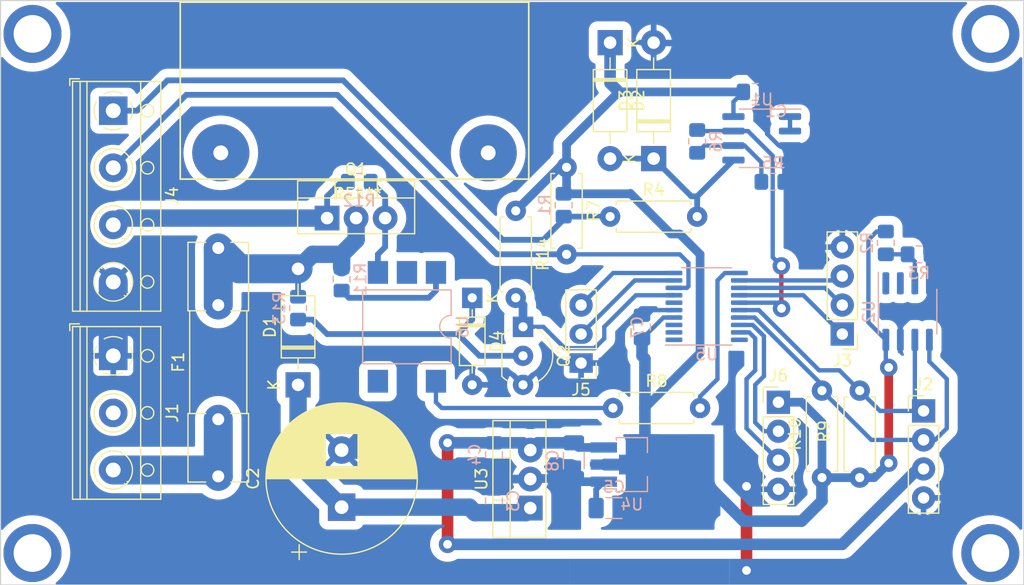
<source format=kicad_pcb>
(kicad_pcb (version 20221018) (generator pcbnew)
  (layers (0 "F.Cu" signal) (31 "B.Cu" signal) (34 "B.Paste" user) (35 "F.Paste" user) (36 "B.SilkS" user "B.Silkscreen") (37 "F.SilkS" user "F.Silkscreen") (38 "B.Mask" user) (39 "F.Mask" user) (44 "Edge.Cuts" user))
  (net 0 "")
  (net 1 "/3V3")
  (net 2 "GND")
  (net 3 "Net-(D1-K)")
  (net 4 "/5V")
  (net 5 "/AC")
  (net 6 "Net-(D2-A)")
  (net 7 "Net-(D4-K)")
  (net 8 "Net-(J1-Pin_3)")
  (net 10 "/SCL")
  (net 11 "/SDA")
  (net 12 "/ENC_B")
  (net 13 "/ENC_A")
  (net 14 "/BTN")
  (net 15 "/TC")
  (net 16 "/REEDSW")
  (net 17 "/TX")
  (net 18 "/RX")
  (net 19 "Net-(Q1-G)")
  (net 20 "/ZERO")
  (net 21 "Net-(U2-A2)")
  (net 22 "Net-(U1B--)")
  (net 23 "/TIP_TEMP")
  (net 24 "Net-(R8-Pad1)")
  (net 25 "/HEATER")
  (net 26 "Net-(R11-Pad1)")
  (net 27 "Net-(U1A--)")
  (net 37 "Net-(J4-Pin_3)")
  (net 38 "/SWDIO")
  (net 39 "/SWCLK")
  (footprint "Connector_PinHeader_2.54mm:PinHeader_1x04_P2.54mm_Vertical" (layer "F.Cu") (at 163.322 61.976)
    (fp_text reference "J2" (at 0 -2.33) (layer "F.SilkS"))
    (fp_text value "DISPLAY")
    (pad "1" thru_hole rect (at 0 0) (size 2.032 2.032) (drill 1) (layers "*.Cu" "*.Mask") (net 10 "/SCL"))
    (pad "2" thru_hole oval (at 0 2.54) (size 2.032 2.032) (drill 1) (layers "*.Cu" "*.Mask") (net 11 "/SDA"))
    (pad "3" thru_hole oval (at 0 5.08) (size 2.032 2.032) (drill 1) (layers "*.Cu" "*.Mask") (net 4 "/5V"))
    (pad "4" thru_hole oval (at 0 7.62) (size 2.032 2.032) (drill 1) (layers "*.Cu" "*.Mask") (net 2 "GND"))
  )
  (footprint "Resistor_THT:R_Axial_DIN0207_L6.3mm_D2.5mm_P7.62mm_Horizontal" (layer "F.Cu") (at 136.144 61.722)
    (fp_text reference "R8" (at 3.81 -2.37) (layer "F.SilkS"))
    (fp_text value "R")
    (pad "1" thru_hole circle (at 0 0) (size 1.778 1.778) (drill 0.8) (layers "*.Cu" "*.Mask") (net 24 "Net-(R8-Pad1)"))
    (pad "2" thru_hole oval (at 7.62 0) (size 1.778 1.778) (drill 0.8) (layers "*.Cu" "*.Mask") (net 25 "/HEATER"))
  )
  (footprint "TerminalBlock_RND:TerminalBlock_RND_205-00014_1x04_P5.00mm_Horizontal" (layer "F.Cu") (at 92.41 35.68 -90)
    (fp_text reference "J4" (at 7.5 -5.16 90) (layer "F.SilkS"))
    (fp_text value "IRON")
    (pad "1" thru_hole rect (at 0 0 270) (size 2.5 2.5) (drill 1.3) (layers "*.Cu" "*.Mask") (net 15 "/TC"))
    (pad "2" thru_hole circle (at 5 0 270) (size 2.5 2.5) (drill 1.3) (layers "*.Cu" "*.Mask") (net 16 "/REEDSW"))
    (pad "3" thru_hole circle (at 10 0 270) (size 2.5 2.5) (drill 1.3) (layers "*.Cu" "*.Mask") (net 37 "Net-(J4-Pin_3)"))
    (pad "4" thru_hole circle (at 15 0 270) (size 2.5 2.5) (drill 1.3) (layers "*.Cu" "*.Mask") (net 2 "GND"))
  )
  (footprint "Diode_THT:D_DO-41_SOD81_P10.16mm_Horizontal" (layer "F.Cu") (at 139.7 39.878 90)
    (fp_text reference "D3" (at 5.08 -2.47 90) (layer "F.SilkS"))
    (fp_text value "1N4007")
    (fp_text user "K" (at 0 -2.1 90) (layer "F.SilkS"))
    (pad "1" thru_hole rect (at 0 0 90) (size 2.2 2.2) (drill 1.1) (layers "*.Cu" "*.Mask") (net 6 "Net-(D2-A)"))
    (pad "2" thru_hole oval (at 10.16 0 90) (size 2.2 2.2) (drill 1.1) (layers "*.Cu" "*.Mask") (net 2 "GND"))
  )
  (footprint "TerminalBlock_RND:TerminalBlock_RND_205-00013_1x03_P5.00mm_Horizontal" (layer "F.Cu") (at 92.41 57.15 -90)
    (fp_text reference "J1" (at 5 -5.16 90) (layer "F.SilkS"))
    (fp_text value "12V AC")
    (pad "1" thru_hole rect (at 0 0 270) (size 2.5 2.5) (drill 1.3) (layers "*.Cu" "*.Mask") (net 2 "GND"))
    (pad "2" thru_hole circle (at 5 0 270) (size 2.5 2.5) (drill 1.3) (layers "*.Cu" "*.Mask"))
    (pad "3" thru_hole circle (at 10 0 270) (size 2.5 2.5) (drill 1.3) (layers "*.Cu" "*.Mask") (net 8 "Net-(J1-Pin_3)"))
  )
  (footprint "Package_TO_SOT_THT:TO-92_Inline_Wide" (layer "F.Cu") (at 128.27 54.61 -90)
    (fp_text reference "Q2" (at 2.54 -3.56 90) (layer "F.SilkS"))
    (fp_text value "BC337")
    (pad "1" thru_hole rect (at 0 0 270) (size 1.778 1.778) (drill 0.8) (layers "*.Cu" "*.Mask") (net 20 "/ZERO"))
    (pad "2" thru_hole circle (at 2.54 0 270) (size 1.778 1.778) (drill 0.8) (layers "*.Cu" "*.Mask") (net 7 "Net-(D4-K)"))
    (pad "3" thru_hole circle (at 5.08 0 270) (size 1.778 1.778) (drill 0.8) (layers "*.Cu" "*.Mask") (net 2 "GND"))
  )
  (footprint "Capacitor_THT:CP_Radial_D13.0mm_P5.00mm" (layer "F.Cu") (at 112.395 70.405 90)
    (fp_text reference "C2" (at 2.5 -7.75 90) (layer "F.SilkS"))
    (fp_text value "1000u")
    (pad "1" thru_hole rect (at 0 0 90) (size 2.4 2.4) (drill 1.2) (layers "*.Cu" "*.Mask") (net 3 "Net-(D1-K)"))
    (pad "2" thru_hole circle (at 5 0 90) (size 2.4 2.4) (drill 1.2) (layers "*.Cu" "*.Mask") (net 2 "GND"))
  )
  (footprint "Resistor_THT:R_Axial_DIN0207_L6.3mm_D2.5mm_P7.62mm_Horizontal" (layer "F.Cu") (at 157.734 67.818 90)
    (fp_text reference "R9" (at 4.054 -3.132 -270) (layer "F.SilkS"))
    (fp_text value "4k7" hide)
    (pad "1" thru_hole circle (at 0 0 90) (size 1.778 1.778) (drill 0.8) (layers "*.Cu" "*.Mask") (net 1 "/3V3"))
    (pad "2" thru_hole oval (at 7.62 0 90) (size 1.778 1.778) (drill 0.8) (layers "*.Cu" "*.Mask") (net 10 "/SCL"))
  )
  (footprint "Diode_THT:D_DO-35_SOD27_P7.62mm_Horizontal" (layer "F.Cu") (at 123.825 52.07 -90)
    (fp_text reference "D4" (at 3.81 -2.12 90) (layer "F.SilkS"))
    (fp_text value "1N914")
    (fp_text user "K" (at 0 -1.8 90) (layer "F.SilkS"))
    (pad "1" thru_hole rect (at 0 0 270) (size 1.778 1.778) (drill 0.8) (layers "*.Cu" "*.Mask") (net 7 "Net-(D4-K)"))
    (pad "2" thru_hole oval (at 7.62 0 270) (size 1.778 1.778) (drill 0.8) (layers "*.Cu" "*.Mask") (net 2 "GND"))
  )
  (footprint "Resistor_THT:R_Axial_DIN0207_L6.3mm_D2.5mm_P7.62mm_Horizontal" (layer "F.Cu") (at 132.08 40.64 -90)
    (fp_text reference "R7" (at 3.81 -2.37 90) (layer "F.SilkS"))
    (fp_text value "4k7")
    (pad "1" thru_hole circle (at 0 0 270) (size 1.778 1.778) (drill 0.8) (layers "*.Cu" "*.Mask") (net 1 "/3V3"))
    (pad "2" thru_hole oval (at 7.62 0 270) (size 1.778 1.778) (drill 0.8) (layers "*.Cu" "*.Mask") (net 16 "/REEDSW"))
  )
  (footprint "Fuse:Fuseholder_Clip-5x20mm_Littelfuse_111_Inline_P20.00x5.00mm_D1.05mm_Horizontal" (layer "F.Cu") (at 101.6 67.705 90)
    (fp_text reference "F1" (at 10 -3.5 90) (layer "F.SilkS"))
    (fp_text value "5A")
    (pad "1" thru_hole roundrect (at 0 0 90) (size 2 2) (drill 1.05) (layers "*.Cu" "*.Mask") (net 8 "Net-(J1-Pin_3)"))
    (pad "1" thru_hole roundrect (at 5 0 90) (size 2 2) (drill 1.05) (layers "*.Cu" "*.Mask") (net 8 "Net-(J1-Pin_3)"))
    (pad "2" thru_hole circle (at 15 0 90) (size 2 2) (drill 1.05) (layers "*.Cu" "*.Mask") (net 5 "/AC"))
    (pad "2" thru_hole circle (at 20 0 90) (size 2 2) (drill 1.05) (layers "*.Cu" "*.Mask") (net 5 "/AC"))
  )
  (footprint "Diode_THT:D_DO-41_SOD81_P10.16mm_Horizontal" (layer "F.Cu") (at 108.585 59.69 90)
    (fp_text reference "D1" (at 5.08 -2.47 90) (layer "F.SilkS"))
    (fp_text value "1N4007")
    (fp_text user "K" (at 0 -2.1 90) (layer "F.SilkS"))
    (pad "1" thru_hole rect (at 0 0 90) (size 2.2 2.2) (drill 1.1) (layers "*.Cu" "*.Mask") (net 3 "Net-(D1-K)"))
    (pad "2" thru_hole oval (at 10.16 0 90) (size 2.2 2.2) (drill 1.1) (layers "*.Cu" "*.Mask") (net 5 "/AC"))
  )
  (footprint "Package_TO_SOT_THT:TO-220-3_Vertical" (layer "F.Cu") (at 111.125 45.085)
    (fp_text reference "Q1" (at 2.54 -4.27) (layer "F.SilkS"))
    (fp_text value "BT138-600")
    (pad "1" thru_hole rect (at 0 0) (size 2.159 2.159) (drill 1.1) (layers "*.Cu" "*.Mask") (net 37 "Net-(J4-Pin_3)"))
    (pad "2" thru_hole oval (at 2.54 0) (size 2.159 2.159) (drill 1.1) (layers "*.Cu" "*.Mask") (net 5 "/AC"))
    (pad "3" thru_hole oval (at 5.08 0) (size 2.159 2.159) (drill 1.1) (layers "*.Cu" "*.Mask") (net 19 "Net-(Q1-G)"))
  )
  (footprint "Resistor_THT:R_Axial_DIN0207_L6.3mm_D2.5mm_P7.62mm_Horizontal" (layer "F.Cu") (at 154.432 67.818 90)
    (fp_text reference "R10" (at 3.81 -2.37 90) (layer "F.SilkS"))
    (fp_text value "4k7")
    (pad "1" thru_hole circle (at 0 0 90) (size 1.778 1.778) (drill 0.8) (layers "*.Cu" "*.Mask") (net 1 "/3V3"))
    (pad "2" thru_hole oval (at 7.62 0 90) (size 1.778 1.778) (drill 0.8) (layers "*.Cu" "*.Mask") (net 11 "/SDA"))
  )
  (footprint "Diode_THT:D_DO-41_SOD81_P10.16mm_Horizontal" (layer "F.Cu") (at 135.89 29.718 -90)
    (fp_text reference "D2" (at 5.08 -2.47 90) (layer "F.SilkS"))
    (fp_text value "1N4007")
    (fp_text user "K" (at 0 -2.1 90) (layer "F.SilkS"))
    (pad "1" thru_hole rect (at 0 0 270) (size 2.2 2.2) (drill 1.1) (layers "*.Cu" "*.Mask") (net 1 "/3V3"))
    (pad "2" thru_hole oval (at 10.16 0 270) (size 2.2 2.2) (drill 1.1) (layers "*.Cu" "*.Mask") (net 6 "Net-(D2-A)"))
  )
  (footprint "Resistor_THT:R_Axial_DIN0207_L6.3mm_D2.5mm_P7.62mm_Horizontal" (layer "F.Cu") (at 135.89 44.958)
    (fp_text reference "R4" (at 3.81 -2.37) (layer "F.SilkS"))
    (fp_text value "4k7")
    (pad "1" thru_hole circle (at 0 0) (size 1.778 1.778) (drill 0.8) (layers "*.Cu" "*.Mask") (net 15 "/TC"))
    (pad "2" thru_hole oval (at 7.62 0) (size 1.778 1.778) (drill 0.8) (layers "*.Cu" "*.Mask") (net 6 "Net-(D2-A)"))
  )
  (footprint "Connector_PinHeader_2.54mm:PinHeader_1x04_P2.54mm_Vertical" (layer "F.Cu") (at 156.21 55.245 180)
    (fp_text reference "J3" (at 0 -2.33) (layer "F.SilkS"))
    (fp_text value "ENCODER")
    (pad "1" thru_hole rect (at 0 0 180) (size 2.032 2.032) (drill 1) (layers "*.Cu" "*.Mask") (net 12 "/ENC_B"))
    (pad "2" thru_hole oval (at 0 2.54 180) (size 2.032 2.032) (drill 1) (layers "*.Cu" "*.Mask") (net 13 "/ENC_A"))
    (pad "3" thru_hole oval (at 0 5.08 180) (size 2.032 2.032) (drill 1) (layers "*.Cu" "*.Mask") (net 14 "/BTN"))
    (pad "4" thru_hole oval (at 0 7.62 180) (size 2.032 2.032) (drill 1) (layers "*.Cu" "*.Mask") (net 2 "GND"))
  )
  (footprint "Connector_PinHeader_2.54mm:PinHeader_1x04_P2.54mm_Vertical" (layer "F.Cu") (at 150.622 61.214)
    (fp_text reference "J6" (at 0 -2.33) (layer "F.SilkS"))
    (fp_text value "SWD")
    (pad "1" thru_hole rect (at 0 0) (size 2.032 2.032) (drill 1) (layers "*.Cu" "*.Mask") (net 1 "/3V3"))
    (pad "2" thru_hole oval (at 0 2.54) (size 2.032 2.032) (drill 1) (layers "*.Cu" "*.Mask") (net 38 "/SWDIO"))
    (pad "3" thru_hole oval (at 0 5.08) (size 2.032 2.032) (drill 1) (layers "*.Cu" "*.Mask") (net 39 "/SWCLK"))
    (pad "4" thru_hole oval (at 0 7.62) (size 2.032 2.032) (drill 1) (layers "*.Cu" "*.Mask") (net 2 "GND"))
  )
  (footprint "Package_TO_SOT_THT:TO-220-3_Vertical" (layer "F.Cu") (at 128.905 70.485 90)
    (fp_text reference "U3" (at 2.54 -4.27 90) (layer "F.SilkS"))
    (fp_text value "LM7805_TO220")
    (pad "1" thru_hole rect (at 0 0 90) (size 2.159 2.159) (drill 1.1) (layers "*.Cu" "*.Mask") (net 3 "Net-(D1-K)"))
    (pad "2" thru_hole oval (at 2.54 0 90) (size 2.159 2.159) (drill 1.1) (layers "*.Cu" "*.Mask") (net 2 "GND"))
    (pad "3" thru_hole oval (at 5.08 0 90) (size 2.159 2.159) (drill 1.1) (layers "*.Cu" "*.Mask") (net 4 "/5V"))
  )
  (footprint "Resistor_THT:R_Axial_DIN0207_L6.3mm_D2.5mm_P7.62mm_Horizontal" (layer "F.Cu") (at 127.635 44.45 -90)
    (fp_text reference "R14" (at 3.81 -2.37 90) (layer "F.SilkS"))
    (fp_text value "10k")
    (pad "1" thru_hole circle (at 0 0 270) (size 1.778 1.778) (drill 0.8) (layers "*.Cu" "*.Mask") (net 1 "/3V3"))
    (pad "2" thru_hole oval (at 7.62 0 270) (size 1.778 1.778) (drill 0.8) (layers "*.Cu" "*.Mask") (net 20 "/ZERO"))
  )
  (footprint "Heatsinks:STONECOLD_RAD-DY-GF3" (layer "F.Cu") (at 113.522 41.67)
    (fp_text reference "REF**" (at 0.3 1.3) (layer "F.SilkS"))
    (fp_text value "STONECOLD_RAD-DY-GF3")
    (pad "" thru_hole circle (at -11.7 -2.3) (size 5 5) (drill 1.3) (layers "*.Cu" "*.Mask"))
    (pad "" thru_hole circle (at 11.7 -2.3) (size 5 5) (drill 1.3) (layers "*.Cu" "*.Mask"))
  )
  (footprint "Connector_PinHeader_2.54mm:PinHeader_1x03_P2.54mm_Vertical" (layer "F.Cu") (at 133.35 57.785 180)
    (fp_text reference "J5" (at 0 -2.33) (layer "F.SilkS"))
    (fp_text value "UART")
    (pad "1" thru_hole rect (at 0 0 180) (size 2.032 1.7) (drill 1) (layers "*.Cu" "*.Mask") (net 2 "GND"))
    (pad "2" thru_hole oval (at 0 2.54 180) (size 2.032 1.7) (drill 1) (layers "*.Cu" "*.Mask") (net 17 "/TX"))
    (pad "3" thru_hole oval (at 0 5.08 180) (size 2.032 2.032) (drill 1) (layers "*.Cu" "*.Mask") (net 18 "/RX"))
  )
  (footprint "Capacitor_SMD:C_0805_2012Metric_Pad1.18x1.45mm_HandSolder" (layer "B.Cu") (at 125.73 65.8075 -90)
    (fp_text reference "C4" (at 0 1.68 90) (layer "B.SilkS") (effects (justify mirror)))
    (fp_text value "100n")
    (pad "1" smd roundrect (at -1.0375 0 270) (size 1.175 1.45) (layers "B.Cu" "B.Paste" "B.Mask") (roundrect_rratio 0.2127659574) (net 4 "/5V"))
    (pad "2" smd roundrect (at 1.0375 0 270) (size 1.175 1.45) (layers "B.Cu" "B.Paste" "B.Mask") (roundrect_rratio 0.2127659574) (net 2 "GND"))
  )
  (footprint "Resistor_SMD:R_0805_2012Metric_Pad1.20x1.40mm_HandSolder" (layer "B.Cu") (at 112.395 50.435 90)
    (fp_text reference "R11" (at 0 1.65 90) (layer "B.SilkS") (effects (justify mirror)))
    (fp_text value "47")
    (pad "1" smd roundrect (at -1 0 90) (size 1.2 1.4) (layers "B.Cu" "B.Paste" "B.Mask") (roundrect_rratio 0.2083333333) (net 26 "Net-(R11-Pad1)"))
    (pad "2" smd roundrect (at 1 0 90) (size 1.2 1.4) (layers "B.Cu" "B.Paste" "B.Mask") (roundrect_rratio 0.2083333333) (net 5 "/AC"))
  )
  (footprint "Resistor_SMD:R_0805_2012Metric_Pad1.20x1.40mm_HandSolder" (layer "B.Cu") (at 160.02 47.26 -90)
    (fp_text reference "R2" (at 0 1.65 90) (layer "B.SilkS") (effects (justify mirror)))
    (fp_text value "10k")
    (pad "1" smd roundrect (at -1 0 270) (size 1.2 1.4) (layers "B.Cu" "B.Paste" "B.Mask") (roundrect_rratio 0.2083333333) (net 1 "/3V3"))
    (pad "2" smd roundrect (at 1 0 270) (size 1.2 1.4) (layers "B.Cu" "B.Paste" "B.Mask") (roundrect_rratio 0.2083333333) (net 21 "Net-(U2-A2)"))
  )
  (footprint "Package_DIP:SMDIP-6_W9.53mm" (layer "B.Cu") (at 118.11 54.61 90)
    (fp_text reference "U6" (at 0 4.87 90) (layer "B.SilkS") (effects (justify mirror)))
    (fp_text value "MOC3023M")
    (pad "1" smd rect (at -4.765 2.54 90) (size 2 1.78) (layers "B.Cu" "B.Paste" "B.Mask") (net 24 "Net-(R8-Pad1)"))
    (pad "2" smd rect (at -4.765 0 90) (size 2 1.78) (layers "B.Cu" "B.Paste" "B.Mask") (net 2 "GND"))
    (pad "3" smd rect (at -4.765 -2.54 90) (size 2 1.78) (layers "B.Cu" "B.Paste" "B.Mask"))
    (pad "4" smd rect (at 4.765 -2.54 90) (size 2 1.78) (layers "B.Cu" "B.Paste" "B.Mask") (net 19 "Net-(Q1-G)"))
    (pad "5" smd rect (at 4.765 0 90) (size 2 1.78) (layers "B.Cu" "B.Paste" "B.Mask"))
    (pad "6" smd rect (at 4.765 2.54 90) (size 2 1.78) (layers "B.Cu" "B.Paste" "B.Mask") (net 26 "Net-(R11-Pad1)"))
  )
  (footprint "Resistor_SMD:R_0805_2012Metric_Pad1.20x1.40mm_HandSolder" (layer "B.Cu") (at 150.13 41.91 180)
    (fp_text reference "R5" (at 0 1.65) (layer "B.SilkS") (effects (justify mirror)))
    (fp_text value "1k")
    (pad "1" smd roundrect (at -1 0 180) (size 1.2 1.4) (layers "B.Cu" "B.Paste" "B.Mask") (roundrect_rratio 0.2083333333) (net 2 "GND"))
    (pad "2" smd roundrect (at 1 0 180) (size 1.2 1.4) (layers "B.Cu" "B.Paste" "B.Mask") (roundrect_rratio 0.2083333333) (net 22 "Net-(U1B--)"))
  )
  (footprint "Package_SO:TSSOP-20_4.4x6.5mm_P0.65mm" (layer "B.Cu") (at 144.3405 52.821)
    (fp_text reference "U5" (at 0 4.2) (layer "B.SilkS") (effects (justify mirror)))
    (fp_text value "STM32G030F6Px")
    (pad "1" smd roundrect (at -2.8625 2.925) (size 1.475 0.4) (layers "B.Cu" "B.Paste" "B.Mask"))
    (pad "2" smd roundrect (at -2.8625 2.275) (size 1.475 0.4) (layers "B.Cu" "B.Paste" "B.Mask"))
    (pad "3" smd roundrect (at -2.8625 1.625) (size 1.475 0.4) (layers "B.Cu" "B.Paste" "B.Mask"))
    (pad "4" smd roundrect (at -2.8625 0.975) (size 1.475 0.4) (layers "B.Cu" "B.Paste" "B.Mask") (net 1 "/3V3"))
    (pad "5" smd roundrect (at -2.8625 0.325) (size 1.475 0.4) (layers "B.Cu" "B.Paste" "B.Mask") (net 2 "GND"))
    (pad "6" smd roundrect (at -2.8625 -0.325) (size 1.475 0.4) (layers "B.Cu" "B.Paste" "B.Mask"))
    (pad "7" smd roundrect (at -2.8625 -0.975) (size 1.475 0.4) (layers "B.Cu" "B.Paste" "B.Mask") (net 20 "/ZERO"))
    (pad "8" smd roundrect (at -2.8625 -1.625) (size 1.475 0.4) (layers "B.Cu" "B.Paste" "B.Mask") (net 16 "/REEDSW"))
    (pad "9" smd roundrect (at -2.8625 -2.275) (size 1.475 0.4) (layers "B.Cu" "B.Paste" "B.Mask") (net 17 "/TX"))
    (pad "10" smd roundrect (at -2.8625 -2.925) (size 1.475 0.4) (layers "B.Cu" "B.Paste" "B.Mask") (net 18 "/RX"))
    (pad "11" smd roundrect (at 2.8625 -2.925) (size 1.475 0.4) (layers "B.Cu" "B.Paste" "B.Mask") (net 25 "/HEATER"))
    (pad "12" smd roundrect (at 2.8625 -2.275) (size 1.475 0.4) (layers "B.Cu" "B.Paste" "B.Mask") (net 14 "/BTN"))
    (pad "13" smd roundrect (at 2.8625 -1.625) (size 1.475 0.4) (layers "B.Cu" "B.Paste" "B.Mask") (net 13 "/ENC_A"))
    (pad "14" smd roundrect (at 2.8625 -0.975) (size 1.475 0.4) (layers "B.Cu" "B.Paste" "B.Mask") (net 12 "/ENC_B"))
    (pad "15" smd roundrect (at 2.8625 -0.325) (size 1.475 0.4) (layers "B.Cu" "B.Paste" "B.Mask") (net 23 "/TIP_TEMP"))
    (pad "16" smd roundrect (at 2.8625 0.325) (size 1.475 0.4) (layers "B.Cu" "B.Paste" "B.Mask") (net 10 "/SCL"))
    (pad "17" smd roundrect (at 2.8625 0.975) (size 1.475 0.4) (layers "B.Cu" "B.Paste" "B.Mask") (net 11 "/SDA"))
    (pad "18" smd roundrect (at 2.8625 1.625) (size 1.475 0.4) (layers "B.Cu" "B.Paste" "B.Mask") (net 38 "/SWDIO"))
    (pad "19" smd roundrect (at 2.8625 2.275) (size 1.475 0.4) (layers "B.Cu" "B.Paste" "B.Mask") (net 39 "/SWCLK"))
    (pad "20" smd roundrect (at 2.8625 2.925) (size 1.475 0.4) (layers "B.Cu" "B.Paste" "B.Mask"))
  )
  (footprint "Resistor_SMD:R_0805_2012Metric_Pad1.20x1.40mm_HandSolder" (layer "B.Cu") (at 108.585 52.975 -90)
    (fp_text reference "R13" (at 0 1.65 90) (layer "B.SilkS") (effects (justify mirror)))
    (fp_text value "300k")
    (pad "1" smd roundrect (at -1 0 270) (size 1.2 1.4) (layers "B.Cu" "B.Paste" "B.Mask") (roundrect_rratio 0.2083333333) (net 5 "/AC"))
    (pad "2" smd roundrect (at 1 0 270) (size 1.2 1.4) (layers "B.Cu" "B.Paste" "B.Mask") (roundrect_rratio 0.2083333333) (net 7 "Net-(D4-K)"))
  )
  (footprint "Capacitor_SMD:C_1206_3216Metric_Pad1.33x1.80mm_HandSolder" (layer "B.Cu") (at 132.715 66.3325 -90)
    (fp_text reference "C8" (at 0 1.85 90) (layer "B.SilkS") (effects (justify mirror)))
    (fp_text value "10u")
    (pad "1" smd roundrect (at -1.5625 0 270) (size 1.325 1.8) (layers "B.Cu" "B.Paste" "B.Mask") (roundrect_rratio 0.1886792453) (net 4 "/5V"))
    (pad "2" smd roundrect (at 1.5625 0 270) (size 1.325 1.8) (layers "B.Cu" "B.Paste" "B.Mask") (roundrect_rratio 0.1886792453) (net 2 "GND"))
  )
  (footprint "Resistor_SMD:R_0805_2012Metric_Pad1.20x1.40mm_HandSolder" (layer "B.Cu") (at 162.925 48.26)
    (fp_text reference "R3" (at 0 1.65) (layer "B.SilkS") (effects (justify mirror)))
    (fp_text value "10k")
    (pad "1" smd roundrect (at -1 0) (size 1.2 1.4) (layers "B.Cu" "B.Paste" "B.Mask") (roundrect_rratio 0.2083333333) (net 21 "Net-(U2-A2)"))
    (pad "2" smd roundrect (at 1 0) (size 1.2 1.4) (layers "B.Cu" "B.Paste" "B.Mask") (roundrect_rratio 0.2083333333) (net 2 "GND"))
  )
  (footprint "Resistor_SMD:R_0805_2012Metric_Pad1.20x1.40mm_HandSolder" (layer "B.Cu") (at 131.826 43.958 -90)
    (fp_text reference "R1" (at 0 1.65 90) (layer "B.SilkS") (effects (justify mirror)))
    (fp_text value "100k")
    (pad "1" smd roundrect (at -1 0 270) (size 1.2 1.4) (layers "B.Cu" "B.Paste" "B.Mask") (roundrect_rratio 0.2083333333) (net 1 "/3V3"))
    (pad "2" smd roundrect (at 1 0 270) (size 1.2 1.4) (layers "B.Cu" "B.Paste" "B.Mask") (roundrect_rratio 0.2083333333) (net 15 "/TC"))
  )
  (footprint "Package_TO_SOT_SMD:SOT-89-3_Handsoldering" (layer "B.Cu") (at 137.795 66.675)
    (fp_text reference "U4" (at 0 3.5) (layer "B.SilkS") (effects (justify mirror)))
    (fp_text value "AZ1117-3.3")
    (pad "1" smd rect (at -2.45 1.5) (size 2.3 0.9) (layers "B.Cu" "B.Paste" "B.Mask") (net 2 "GND"))
    (pad "2" smd custom (at -2.3625 0) (size 2.475 0.9) (layers "B.Cu" "B.Paste" "B.Mask") (net 1 "/3V3") (options (clearance outline) (anchor rect)) (primitives (gr_poly (pts (xy 5.3625 -0.8665) (xy 1.2375 -0.8665) (xy 1.2375 0.8665) (xy 5.3625 0.8665)) (width 0) (fill yes))))
    (pad "3" smd rect (at -2.45 -1.5) (size 2.3 0.9) (layers "B.Cu" "B.Paste" "B.Mask") (net 4 "/5V"))
  )
  (footprint "Package_SO:SOIC-8_3.9x4.9mm_P1.27mm" (layer "B.Cu") (at 149.16 38.1 180)
    (fp_text reference "U1" (at 0 3.4) (layer "B.SilkS") (effects (justify mirror)))
    (fp_text value "MCP6002-xSN")
    (pad "1" smd roundrect (at -2.475 1.905 180) (size 1.95 0.6) (layers "B.Cu" "B.Paste" "B.Mask") (net 27 "Net-(U1A--)"))
    (pad "2" smd roundrect (at -2.475 0.635 180) (size 1.95 0.6) (layers "B.Cu" "B.Paste" "B.Mask") (net 27 "Net-(U1A--)"))
    (pad "3" smd roundrect (at -2.475 -0.635 180) (size 1.95 0.6) (layers "B.Cu" "B.Paste" "B.Mask") (net 2 "GND"))
    (pad "4" smd roundrect (at -2.475 -1.905 180) (size 1.95 0.6) (layers "B.Cu" "B.Paste" "B.Mask") (net 2 "GND"))
    (pad "5" smd roundrect (at 2.475 -1.905 180) (size 1.95 0.6) (layers "B.Cu" "B.Paste" "B.Mask") (net 6 "Net-(D2-A)"))
    (pad "6" smd roundrect (at 2.475 -0.635 180) (size 1.95 0.6) (layers "B.Cu" "B.Paste" "B.Mask") (net 22 "Net-(U1B--)"))
    (pad "7" smd roundrect (at 2.475 0.635 180) (size 1.95 0.6) (layers "B.Cu" "B.Paste" "B.Mask") (net 23 "/TIP_TEMP"))
    (pad "8" smd roundrect (at 2.475 1.905 180) (size 1.95 0.6) (layers "B.Cu" "B.Paste" "B.Mask") (net 1 "/3V3"))
  )
  (footprint "Capacitor_SMD:C_0805_2012Metric_Pad1.18x1.45mm_HandSolder" (layer "B.Cu") (at 125.73 69.85 90)
    (fp_text reference "C3" (at 0 1.68 90) (layer "B.SilkS") (effects (justify mirror)))
    (fp_text value "100n")
    (pad "1" smd roundrect (at -1.0375 0 90) (size 1.175 1.45) (layers "B.Cu" "B.Paste" "B.Mask") (roundrect_rratio 0.2127659574) (net 3 "Net-(D1-K)"))
    (pad "2" smd roundrect (at 1.0375 0 90) (size 1.175 1.45) (layers "B.Cu" "B.Paste" "B.Mask") (roundrect_rratio 0.2127659574) (net 2 "GND"))
  )
  (footprint "Capacitor_SMD:C_1206_3216Metric_Pad1.33x1.80mm_HandSolder" (layer "B.Cu") (at 136.2325 70.485 180)
    (fp_text reference "C5" (at 0 1.85) (layer "B.SilkS") (effects (justify mirror)))
    (fp_text value "22u")
    (pad "1" smd roundrect (at -1.5625 0 180) (size 1.325 1.8) (layers "B.Cu" "B.Paste" "B.Mask") (roundrect_rratio 0.1886792453) (net 1 "/3V3"))
    (pad "2" smd roundrect (at 1.5625 0 180) (size 1.325 1.8) (layers "B.Cu" "B.Paste" "B.Mask") (roundrect_rratio 0.1886792453) (net 2 "GND"))
  )
  (footprint "Resistor_SMD:R_0805_2012Metric_Pad1.20x1.40mm_HandSolder" (layer "B.Cu") (at 113.935 41.91)
    (fp_text reference "R12" (at 0 1.65) (layer "B.SilkS") (effects (justify mirror)))
    (fp_text value "100")
    (pad "1" smd roundrect (at -1 0) (size 1.2 1.4) (layers "B.Cu" "B.Paste" "B.Mask") (roundrect_rratio 0.2083333333) (net 37 "Net-(J4-Pin_3)"))
    (pad "2" smd roundrect (at 1 0) (size 1.2 1.4) (layers "B.Cu" "B.Paste" "B.Mask") (roundrect_rratio 0.2083333333) (net 19 "Net-(Q1-G)"))
  )
  (footprint "Capacitor_SMD:C_0805_2012Metric_Pad1.18x1.45mm_HandSolder" (layer "B.Cu") (at 148.59 34.036)
    (fp_text reference "C1" (at 1.84 1.68) (layer "B.SilkS") (effects (justify mirror)))
    (fp_text value "100n")
    (pad "1" smd roundrect (at -1.0375 0) (size 1.175 1.45) (layers "B.Cu" "B.Paste" "B.Mask") (roundrect_rratio 0.2127659574) (net 1 "/3V3"))
    (pad "2" smd roundrect (at 1.0375 0) (size 1.175 1.45) (layers "B.Cu" "B.Paste" "B.Mask") (roundrect_rratio 0.2127659574) (net 2 "GND"))
  )
  (footprint "Package_SO:SOIC-8_3.9x4.9mm_P1.27mm" (layer "B.Cu") (at 161.925 53.275 -90)
    (fp_text reference "U2" (at 0 3.4 90) (layer "B.SilkS") (effects (justify mirror)))
    (fp_text value "AT24CS08-SSHM")
    (pad "1" smd roundrect (at -2.475 1.905 270) (size 1.95 0.6) (layers "B.Cu" "B.Paste" "B.Mask"))
    (pad "2" smd roundrect (at -2.475 0.635 270) (size 1.95 0.6) (layers "B.Cu" "B.Paste" "B.Mask"))
    (pad "3" smd roundrect (at -2.475 -0.635 270) (size 1.95 0.6) (layers "B.Cu" "B.Paste" "B.Mask") (net 21 "Net-(U2-A2)"))
    (pad "4" smd roundrect (at -2.475 -1.905 270) (size 1.95 0.6) (layers "B.Cu" "B.Paste" "B.Mask") (net 2 "GND"))
    (pad "5" smd roundrect (at 2.475 -1.905 270) (size 1.95 0.6) (layers "B.Cu" "B.Paste" "B.Mask") (net 11 "/SDA"))
    (pad "6" smd roundrect (at 2.475 -0.635 270) (size 1.95 0.6) (layers "B.Cu" "B.Paste" "B.Mask") (net 10 "/SCL"))
    (pad "7" smd roundrect (at 2.475 0.635 270) (size 1.95 0.6) (layers "B.Cu" "B.Paste" "B.Mask") (net 2 "GND"))
    (pad "8" smd roundrect (at 2.475 1.905 270) (size 1.95 0.6) (layers "B.Cu" "B.Paste" "B.Mask") (net 1 "/3V3"))
  )
  (footprint "Resistor_SMD:R_0805_2012Metric_Pad1.20x1.40mm_HandSolder" (layer "B.Cu") (at 143.51 38.37 90)
    (fp_text reference "R6" (at 0 1.65 90) (layer "B.SilkS") (effects (justify mirror)))
    (fp_text value "300k")
    (pad "1" smd roundrect (at -1 0 90) (size 1.2 1.4) (layers "B.Cu" "B.Paste" "B.Mask") (roundrect_rratio 0.2083333333) (net 22 "Net-(U1B--)"))
    (pad "2" smd roundrect (at 1 0 90) (size 1.2 1.4) (layers "B.Cu" "B.Paste" "B.Mask") (roundrect_rratio 0.2083333333) (net 23 "/TIP_TEMP"))
  )
  (footprint "Capacitor_SMD:C_0805_2012Metric_Pad1.18x1.45mm_HandSolder" (layer "B.Cu") (at 138.684 54.6315 -90)
    (fp_text reference "C7" (at 0 0.41 90) (layer "B.SilkS") (effects (justify mirror)))
    (fp_text value "100n")
    (pad "1" smd roundrect (at -1.0375 0 270) (size 1.175 1.45) (layers "B.Cu" "B.Paste" "B.Mask") (roundrect_rratio 0.2127659574) (net 2 "GND"))
    (pad "2" smd roundrect (at 1.0375 0 270) (size 1.175 1.45) (layers "B.Cu" "B.Paste" "B.Mask") (roundrect_rratio 0.2127659574) (net 1 "/3V3"))
  )
  (gr_rect (start 82.55 26.035) (end 172.085 77.216) (stroke (width 0.1)) (fill none) (layer "Edge.Cuts"))
  (via (at 85.344 74.422) (size 5.08) (drill 3.302) (layers "F.Cu" "B.Cu") (net 0))
  (via (at 169.164 74.422) (size 5.08) (drill 3.302) (layers "F.Cu" "B.Cu") (net 0))
  (via (at 169.164 28.956) (size 5.08) (drill 3.302) (layers "F.Cu" "B.Cu") (net 0))
  (via (at 85.344 28.956) (size 5.08) (drill 3.302) (layers "F.Cu" "B.Cu") (net 0))
  (segment (start 160.274 66.548) (end 160.274 58.166) (width 0.762) (layer "F.Cu") (net 1))
  (via (at 160.274 58.166) (size 1.524) (drill 0.762) (layers "F.Cu" "B.Cu") (net 1))
  (via (at 160.274 66.548) (size 1.524) (drill 0.762) (layers "F.Cu" "B.Cu") (net 1))
  (segment (start 138.938 61.722) (end 143.764 56.896) (width 0.762) (layer "B.Cu") (net 1))
  (segment (start 137.636 42.958) (end 131.826 42.958) (width 0.762) (layer "B.Cu") (net 1))
  (segment (start 138.938 61.722) (end 138.938 57.404) (width 1.016) (layer "B.Cu") (net 1))
  (segment (start 159.004 67.818) (end 160.274 66.548) (width 0.762) (layer "B.Cu") (net 1))
  (segment (start 135.89 29.718) (end 135.89 33.274) (width 1.016) (layer "B.Cu") (net 1))
  (segment (start 132.08 38.608) (end 136.652 34.036) (width 0.762) (layer "B.Cu") (net 1))
  (segment (start 146.685 34.9035) (end 147.5525 34.036) (width 0.381) (layer "B.Cu") (net 1))
  (segment (start 136.652 34.036) (end 147.5525 34.036) (width 0.762) (layer "B.Cu") (net 1))
  (segment (start 131.445 40.64) (end 127.635 44.45) (width 0.762) (layer "B.Cu") (net 1))
  (segment (start 132.08 40.64) (end 132.08 38.608) (width 0.762) (layer "B.Cu") (net 1))
  (segment (start 158.496 46.99) (end 158.496 54.226) (width 0.381) (layer "B.Cu") (net 1))
  (segment (start 142.621 66.675) (end 147.574 71.628) (width 1.016) (layer "B.Cu") (net 1))
  (segment (start 150.622 61.214) (end 152.654 61.214) (width 0.762) (layer "B.Cu") (net 1))
  (segment (start 141.986 46.482) (end 141.224 46.482) (width 0.762) (layer "B.Cu") (net 1))
  (segment (start 160.02 46.26) (end 159.226 46.26) (width 0.381) (layer "B.Cu") (net 1))
  (segment (start 157.734 67.818) (end 154.432 67.818) (width 0.762) (layer "B.Cu") (net 1))
  (segment (start 138.049 66.675) (end 138.938 65.786) (width 1.016) (layer "B.Cu") (net 1))
  (segment (start 154.432 69.85) (end 154.432 67.818) (width 1.016) (layer "B.Cu") (net 1))
  (segment (start 141.224 46.482) (end 137.668 42.926) (width 0.762) (layer "B.Cu") (net 1))
  (segment (start 132.08 42.704) (end 131.826 42.958) (width 0.762) (layer "B.Cu") (net 1))
  (segment (start 159.226 46.26) (end 158.496 46.99) (width 0.381) (layer "B.Cu") (net 1))
  (segment (start 147.574 71.628) (end 152.654 71.628) (width 1.016) (layer "B.Cu") (net 1))
  (segment (start 152.654 71.628) (end 154.432 69.85) (width 1.016) (layer "B.Cu") (net 1))
  (segment (start 152.654 61.214) (end 154.432 62.992) (width 0.762) (layer "B.Cu") (net 1))
  (segment (start 154.432 62.992) (end 154.432 67.818) (width 0.762) (layer "B.Cu") (net 1))
  (segment (start 158.496 54.226) (end 160.02 55.75) (width 0.381) (layer "B.Cu") (net 1))
  (segment (start 137.130264 66.675) (end 135.4325 66.675) (width 1.016) (layer "B.Cu") (net 1))
  (segment (start 138.684 57.15) (end 138.684 55.669) (width 1.016) (layer "B.Cu") (net 1))
  (segment (start 160.02 57.912) (end 160.274 58.166) (width 0.381) (layer "B.Cu") (net 1))
  (segment (start 140.557 53.796) (end 138.684 55.669) (width 0.381) (layer "B.Cu") (net 1))
  (segment (start 137.795 70.485) (end 137.795 67.339736) (width 1.016) (layer "B.Cu") (net 1))
  (segment (start 157.734 67.818) (end 159.004 67.818) (width 0.762) (layer "B.Cu") (net 1))
  (segment (start 160.02 55.75) (end 160.02 57.912) (width 0.381) (layer "B.Cu") (net 1))
  (segment (start 138.938 65.786) (end 138.938 61.722) (width 1.016) (layer "B.Cu") (net 1))
  (segment (start 143.764 48.26) (end 141.986 46.482) (width 0.762) (layer "B.Cu") (net 1))
  (segment (start 135.4325 66.675) (end 142.621 66.675) (width 1.016) (layer "B.Cu") (net 1))
  (segment (start 143.764 56.896) (end 143.764 48.26) (width 0.762) (layer "B.Cu") (net 1))
  (segment (start 146.685 36.195) (end 146.685 34.9035) (width 0.381) (layer "B.Cu") (net 1))
  (segment (start 138.938 57.404) (end 138.684 57.15) (width 1.016) (layer "B.Cu") (net 1))
  (segment (start 137.668 42.926) (end 137.636 42.958) (width 0.762) (layer "B.Cu") (net 1))
  (segment (start 135.89 33.274) (end 136.652 34.036) (width 1.016) (layer "B.Cu") (net 1))
  (segment (start 141.478 53.796) (end 140.557 53.796) (width 0.381) (layer "B.Cu") (net 1))
  (segment (start 132.08 40.64) (end 132.08 42.704) (width 0.762) (layer "B.Cu") (net 1))
  (segment (start 137.795 67.339736) (end 137.130264 66.675) (width 1.016) (layer "B.Cu") (net 1))
  (segment (start 135.4325 66.675) (end 138.049 66.675) (width 1.016) (layer "B.Cu") (net 1))
  (segment (start 132.08 40.64) (end 131.445 40.64) (width 0.762) (layer "B.Cu") (net 1))
  (segment (start 147.828 68.58) (end 147.828 75.946) (width 1.016) (layer "F.Cu") (net 2))
  (via (at 147.828 75.946) (size 1.524) (drill 0.762) (layers "F.Cu" "B.Cu") (net 2))
  (via (at 147.828 68.58) (size 1.524) (drill 0.762) (layers "F.Cu" "B.Cu") (net 2))
  (segment (start 113.665 65.405) (end 112.395 65.405) (width 1.524) (layer "B.Cu") (net 2))
  (segment (start 149.6275 37.7025) (end 149.6275 34.036) (width 0.381) (layer "B.Cu") (net 2))
  (segment (start 151.635 38.735) (end 151.635 40.005) (width 0.381) (layer "B.Cu") (net 2))
  (segment (start 118.11 60.96) (end 113.665 65.405) (width 1.524) (layer "B.Cu") (net 2))
  (segment (start 134.67 70.485) (end 134.67 68.85) (width 0.508) (layer "B.Cu") (net 2))
  (segment (start 135.345 68.175) (end 132.995 68.175) (width 0.762) (layer "B.Cu") (net 2))
  (segment (start 132.995 68.175) (end 132.715 67.895) (width 0.762) (layer "B.Cu") (net 2))
  (segment (start 161.29 54.61) (end 163.83 52.07) (width 0.381) (layer "B.Cu") (net 2))
  (segment (start 139.132 53.146) (end 138.684 53.594) (width 0.381) (layer "B.Cu") (net 2))
  (segment (start 149.6275 34.036) (end 145.4365 29.845) (width 0.381) (layer "B.Cu") (net 2))
  (segment (start 125.73 68.8125) (end 125.73 67.945) (width 0.762) (layer "B.Cu") (net 2))
  (segment (start 128.955 67.895) (end 128.905 67.945) (width 0.762) (layer "B.Cu") (net 2))
  (segment (start 163.83 52.07) (end 163.83 50.8) (width 0.381) (layer "B.Cu") (net 2))
  (segment (start 163.83 50.8) (end 163.83 48.355) (width 0.381) (layer "B.Cu") (net 2))
  (segment (start 150.66 38.735) (end 149.6275 37.7025) (width 0.381) (layer "B.Cu") (net 2))
  (segment (start 132.715 67.895) (end 128.955 67.895) (width 0.762) (layer "B.Cu") (net 2))
  (segment (start 145.4365 29.845) (end 139.7 29.845) (width 0.381) (layer "B.Cu") (net 2))
  (segment (start 134.67 68.85) (end 135.345 68.175) (width 0.508) (layer "B.Cu") (net 2))
  (segment (start 163.83 48.355) (end 163.925 48.26) (width 0.381) (layer "B.Cu") (net 2))
  (segment (start 151.13 40.51) (end 151.635 40.005) (width 0.381) (layer "B.Cu") (net 2))
  (segment (start 151.635 38.735) (end 150.66 38.735) (width 0.381) (layer "B.Cu") (net 2))
  (segment (start 161.29 55.75) (end 161.29 54.61) (width 0.381) (layer "B.Cu") (net 2))
  (segment (start 141.478 53.146) (end 139.132 53.146) (width 0.381) (layer "B.Cu") (net 2))
  (segment (start 92.41 57.15) (end 92.41 50.68) (width 2.54) (layer "B.Cu") (net 2))
  (segment (start 151.13 41.91) (end 151.13 40.51) (width 0.381) (layer "B.Cu") (net 2))
  (segment (start 118.11 59.375) (end 118.11 60.96) (width 1.524) (layer "B.Cu") (net 2))
  (segment (start 128.905 67.945) (end 125.73 67.945) (width 0.762) (layer "B.Cu") (net 2))
  (segment (start 125.73 67.945) (end 125.73 66.845) (width 0.762) (layer "B.Cu") (net 2))
  (segment (start 124.0575 70.8875) (end 125.73 70.8875) (width 1.524) (layer "B.Cu") (net 3))
  (segment (start 128.5025 70.8875) (end 128.905 70.485) (width 1.524) (layer "B.Cu") (net 3))
  (segment (start 112.395 70.405) (end 123.575 70.405) (width 1.524) (layer "B.Cu") (net 3))
  (segment (start 108.585 59.69) (end 108.585 66.595) (width 1.524) (layer "B.Cu") (net 3))
  (segment (start 123.575 70.405) (end 124.0575 70.8875) (width 1.524) (layer "B.Cu") (net 3))
  (segment (start 125.73 70.8875) (end 128.5025 70.8875) (width 1.524) (layer "B.Cu") (net 3))
  (segment (start 108.585 66.595) (end 112.395 70.405) (width 1.524) (layer "B.Cu") (net 3))
  (segment (start 121.666 73.66) (end 121.666 64.77) (width 1.016) (layer "F.Cu") (net 4))
  (via (at 121.666 64.77) (size 1.524) (drill 0.762) (layers "F.Cu" "B.Cu") (net 4))
  (via (at 121.666 73.66) (size 1.524) (drill 0.762) (layers "F.Cu" "B.Cu") (net 4))
  (segment (start 129.54 64.77) (end 128.905 65.405) (width 1.016) (layer "B.Cu") (net 4))
  (segment (start 121.666 64.77) (end 125.73 64.77) (width 1.016) (layer "B.Cu") (net 4))
  (segment (start 133.12 65.175) (end 132.715 64.77) (width 0.762) (layer "B.Cu") (net 4))
  (segment (start 135.345 65.175) (end 133.12 65.175) (width 0.762) (layer "B.Cu") (net 4))
  (segment (start 128.27 64.77) (end 128.905 65.405) (width 1.016) (layer "B.Cu") (net 4))
  (segment (start 156.21 73.66) (end 162.56 67.31) (width 1.016) (layer "B.Cu") (net 4))
  (segment (start 125.73 64.77) (end 128.27 64.77) (width 1.016) (layer "B.Cu") (net 4))
  (segment (start 132.715 64.77) (end 129.54 64.77) (width 1.016) (layer "B.Cu") (net 4))
  (segment (start 121.666 73.66) (end 156.21 73.66) (width 1.016) (layer "B.Cu") (net 4))
  (segment (start 113.665 46.99) (end 112.395 48.26) (width 1.524) (layer "B.Cu") (net 5))
  (segment (start 108.585 49.53) (end 103.425 49.53) (width 2.54) (layer "B.Cu") (net 5))
  (segment (start 103.425 49.53) (end 101.6 47.705) (width 2.54) (layer "B.Cu") (net 5))
  (segment (start 109.855 48.26) (end 108.585 49.53) (width 1.524) (layer "B.Cu") (net 5))
  (segment (start 101.6 47.705) (end 101.6 52.705) (width 2.54) (layer "B.Cu") (net 5))
  (segment (start 112.395 48.26) (end 112.395 49.435) (width 1.524) (layer "B.Cu") (net 5))
  (segment (start 108.585 51.975) (end 108.585 49.53) (width 0.508) (layer "B.Cu") (net 5))
  (segment (start 112.395 48.26) (end 109.855 48.26) (width 1.524) (layer "B.Cu") (net 5))
  (segment (start 113.665 45.085) (end 113.665 46.99) (width 1.524) (layer "B.Cu") (net 5))
  (segment (start 143.51 43.18) (end 143.51 44.958) (width 0.508) (layer "B.Cu") (net 6))
  (segment (start 139.7 39.878) (end 143.002 43.18) (width 0.508) (layer "B.Cu") (net 6))
  (segment (start 146.685 40.005) (end 143.51 43.18) (width 0.508) (layer "B.Cu") (net 6))
  (segment (start 135.89 39.878) (end 139.7 39.878) (width 0.508) (layer "B.Cu") (net 6))
  (segment (start 143.002 43.18) (end 143.51 43.18) (width 0.508) (layer "B.Cu") (net 6))
  (segment (start 135.89 40.005) (end 135.89 40.386) (width 0.762) (layer "B.Cu") (net 6))
  (segment (start 124.46 57.15) (end 122.555 55.245) (width 0.508) (layer "B.Cu") (net 7))
  (segment (start 122.555 55.245) (end 111.125 55.245) (width 0.508) (layer "B.Cu") (net 7))
  (segment (start 122.555 55.245) (end 123.825 53.975) (width 0.508) (layer "B.Cu") (net 7))
  (segment (start 111.125 55.245) (end 109.855 53.975) (width 0.508) (layer "B.Cu") (net 7))
  (segment (start 109.855 53.975) (end 108.585 53.975) (width 0.508) (layer "B.Cu") (net 7))
  (segment (start 123.825 53.975) (end 123.825 52.07) (width 0.508) (layer "B.Cu") (net 7))
  (segment (start 127.635 57.15) (end 124.46 57.15) (width 0.508) (layer "B.Cu") (net 7))
  (segment (start 92.41 67.15) (end 101.045 67.15) (width 2.54) (layer "B.Cu") (net 8))
  (segment (start 101.045 67.15) (end 101.6 67.705) (width 2.54) (layer "B.Cu") (net 8))
  (segment (start 101.6 67.705) (end 101.6 62.705) (width 2.54) (layer "B.Cu") (net 8))
  (segment (start 163.322 61.976) (end 159.512 61.976) (width 0.381) (layer "B.Cu") (net 10))
  (segment (start 162.56 61.214) (end 163.322 61.976) (width 0.381) (layer "B.Cu") (net 10))
  (segment (start 148.904 53.146) (end 154.178 58.42) (width 0.381) (layer "B.Cu") (net 10))
  (segment (start 154.178 58.42) (end 155.956 58.42) (width 0.381) (layer "B.Cu") (net 10))
  (segment (start 162.56 55.75) (end 162.56 61.214) (width 0.381) (layer "B.Cu") (net 10))
  (segment (start 159.512 61.976) (end 157.734 60.198) (width 0.381) (layer "B.Cu") (net 10))
  (segment (start 155.956 58.42) (end 157.734 60.198) (width 0.381) (layer "B.Cu") (net 10))
  (segment (start 147.203 53.146) (end 148.904 53.146) (width 0.381) (layer "B.Cu") (net 10))
  (segment (start 165.354 59.182) (end 163.83 57.658) (width 0.381) (layer "B.Cu") (net 11))
  (segment (start 158.75 64.516) (end 163.322 64.516) (width 0.381) (layer "B.Cu") (net 11))
  (segment (start 154.432 60.198) (end 158.75 64.516) (width 0.381) (layer "B.Cu") (net 11))
  (segment (start 154.432 59.69) (end 154.432 60.198) (width 0.381) (layer "B.Cu") (net 11))
  (segment (start 164.338 64.516) (end 165.354 63.5) (width 0.381) (layer "B.Cu") (net 11))
  (segment (start 163.322 64.516) (end 164.338 64.516) (width 0.381) (layer "B.Cu") (net 11))
  (segment (start 165.354 63.5) (end 165.354 59.182) (width 0.381) (layer "B.Cu") (net 11))
  (segment (start 147.203 53.796) (end 148.538 53.796) (width 0.381) (layer "B.Cu") (net 11))
  (segment (start 163.83 57.658) (end 163.83 55.75) (width 0.381) (layer "B.Cu") (net 11))
  (segment (start 148.538 53.796) (end 154.432 59.69) (width 0.381) (layer "B.Cu") (net 11))
  (segment (start 147.203 51.846) (end 152.811 51.846) (width 0.381) (layer "B.Cu") (net 12))
  (segment (start 152.811 51.846) (end 156.21 55.245) (width 0.381) (layer "B.Cu") (net 12))
  (segment (start 154.701 51.196) (end 156.21 52.705) (width 0.381) (layer "B.Cu") (net 13))
  (segment (start 147.203 51.196) (end 154.701 51.196) (width 0.381) (layer "B.Cu") (net 13))
  (segment (start 155.829 50.546) (end 156.21 50.165) (width 0.381) (layer "B.Cu") (net 14))
  (segment (start 147.203 50.546) (end 155.829 50.546) (width 0.381) (layer "B.Cu") (net 14))
  (segment (start 126.492 46.99) (end 130.048 46.99) (width 0.508) (layer "B.Cu") (net 15))
  (segment (start 97.155 33.02) (end 112.522 33.02) (width 0.508) (layer "B.Cu") (net 15))
  (segment (start 112.522 33.02) (end 126.492 46.99) (width 0.508) (layer "B.Cu") (net 15))
  (segment (start 131.826 45.212) (end 131.826 44.958) (width 0.508) (layer "B.Cu") (net 15))
  (segment (start 130.048 46.99) (end 131.826 45.212) (width 0.508) (layer "B.Cu") (net 15))
  (segment (start 92.41 35.68) (end 94.495 35.68) (width 0.508) (layer "B.Cu") (net 15))
  (segment (start 131.826 44.958) (end 135.89 44.958) (width 0.508) (layer "B.Cu") (net 15))
  (segment (start 94.495 35.68) (end 97.155 33.02) (width 0.508) (layer "B.Cu") (net 15))
  (segment (start 98.8 34.29) (end 112.014 34.29) (width 0.508) (layer "B.Cu") (net 16))
  (segment (start 141.986 48.26) (end 132.08 48.26) (width 0.381) (layer "B.Cu") (net 16))
  (segment (start 92.41 40.68) (end 98.8 34.29) (width 0.508) (layer "B.Cu") (net 16))
  (segment (start 142.606 51.196) (end 142.748 51.054) (width 0.381) (layer "B.Cu") (net 16))
  (segment (start 142.748 51.054) (end 142.748 49.022) (width 0.381) (layer "B.Cu") (net 16))
  (segment (start 142.748 49.022) (end 141.986 48.26) (width 0.381) (layer "B.Cu") (net 16))
  (segment (start 125.984 48.26) (end 132.08 48.26) (width 0.508) (layer "B.Cu") (net 16))
  (segment (start 112.014 34.29) (end 125.984 48.26) (width 0.508) (layer "B.Cu") (net 16))
  (segment (start 141.478 51.196) (end 142.606 51.196) (width 0.381) (layer "B.Cu") (net 16))
  (segment (start 141.478 50.546) (end 138.049 50.546) (width 0.381) (layer "B.Cu") (net 17))
  (segment (start 138.049 50.546) (end 133.35 55.245) (width 0.381) (layer "B.Cu") (net 17))
  (segment (start 141.478 49.896) (end 136.159 49.896) (width 0.381) (layer "B.Cu") (net 18))
  (segment (start 136.159 49.896) (end 133.35 52.705) (width 0.381) (layer "B.Cu") (net 18))
  (segment (start 116.205 45.085) (end 116.205 47.625) (width 0.508) (layer "B.Cu") (net 19))
  (segment (start 116.205 45.085) (end 116.205 43.18) (width 0.508) (layer "B.Cu") (net 19))
  (segment (start 116.205 47.625) (end 115.57 48.26) (width 0.508) (layer "B.Cu") (net 19))
  (segment (start 116.205 43.18) (end 114.935 41.91) (width 0.508) (layer "B.Cu") (net 19))
  (segment (start 115.57 48.26) (end 115.57 49.845) (width 0.508) (layer "B.Cu") (net 19))
  (segment (start 138.146 51.846) (end 135.382 54.61) (width 0.381) (layer "B.Cu") (net 20))
  (segment (start 134.527156 56.480844) (end 131.918844 56.480844) (width 0.381) (layer "B.Cu") (net 20))
  (segment (start 130.048 54.61) (end 128.27 54.61) (width 0.381) (layer "B.Cu") (net 20))
  (segment (start 128.27 52.705) (end 127.635 52.07) (width 0.762) (layer "B.Cu") (net 20))
  (segment (start 141.478 51.846) (end 138.146 51.846) (width 0.381) (layer "B.Cu") (net 20))
  (segment (start 135.382 54.61) (end 135.382 55.626) (width 0.381) (layer "B.Cu") (net 20))
  (segment (start 135.382 55.626) (end 134.527156 56.480844) (width 0.381) (layer "B.Cu") (net 20))
  (segment (start 128.27 54.61) (end 128.27 52.705) (width 0.762) (layer "B.Cu") (net 20))
  (segment (start 131.918844 56.480844) (end 130.048 54.61) (width 0.381) (layer "B.Cu") (net 20))
  (segment (start 160.02 48.26) (end 161.925 48.26) (width 0.381) (layer "B.Cu") (net 21))
  (segment (start 162.56 50.8) (end 162.56 48.895) (width 0.381) (layer "B.Cu") (net 21))
  (segment (start 162.56 48.895) (end 161.925 48.26) (width 0.381) (layer "B.Cu") (net 21))
  (segment (start 144.145 38.735) (end 143.51 39.37) (width 0.381) (layer "B.Cu") (net 22))
  (segment (start 149.13 41.91) (end 149.13 40.205) (width 0.381) (layer "B.Cu") (net 22))
  (segment (start 149.13 40.205) (end 147.66 38.735) (width 0.381) (layer "B.Cu") (net 22))
  (segment (start 146.685 38.735) (end 144.145 38.735) (width 0.381) (layer "B.Cu") (net 22))
  (segment (start 147.66 38.735) (end 146.685 38.735) (width 0.381) (layer "B.Cu") (net 22))
  (segment (start 150.876 49.276) (end 150.876 52.981361) (width 0.381) (layer "F.Cu") (net 23))
  (segment (start 150.876 52.981361) (end 150.892639 52.998) (width 0.381) (layer "F.Cu") (net 23))
  (via (at 150.892639 52.998) (size 1.524) (drill 0.762) (layers "F.Cu" "B.Cu") (net 23))
  (via (at 150.876 49.276) (size 1.524) (drill 0.762) (layers "F.Cu" "B.Cu") (net 23))
  (segment (start 146.685 37.465) (end 147.955 37.465) (width 0.381) (layer "B.Cu") (net 23))
  (segment (start 150.1205 39.6305) (end 150.1205 48.5205) (width 0.381) (layer "B.Cu") (net 23))
  (segment (start 150.390639 52.496) (end 150.892639 52.998) (width 0.381) (layer "B.Cu") (net 23))
  (segment (start 147.203 52.496) (end 150.390639 52.496) (width 0.381) (layer "B.Cu") (net 23))
  (segment (start 147.955 37.465) (end 150.1205 39.6305) (width 0.381) (layer "B.Cu") (net 23))
  (segment (start 150.1205 48.5205) (end 150.876 49.276) (width 0.381) (layer "B.Cu") (net 23))
  (segment (start 143.605 37.465) (end 143.51 37.37) (width 0.381) (layer "B.Cu") (net 23))
  (segment (start 146.685 37.465) (end 143.605 37.465) (width 0.381) (layer "B.Cu") (net 23))
  (segment (start 121.158 61.722) (end 120.65 61.214) (width 0.381) (layer "B.Cu") (net 24))
  (segment (start 136.144 61.722) (end 121.158 61.722) (width 0.381) (layer "B.Cu") (net 24))
  (segment (start 120.65 61.214) (end 120.65 59.375) (width 0.381) (layer "B.Cu") (net 24))
  (segment (start 143.764 60.706) (end 143.764 61.722) (width 0.381) (layer "B.Cu") (net 25))
  (segment (start 145.288 59.182) (end 143.764 60.706) (width 0.381) (layer "B.Cu") (net 25))
  (segment (start 147.203 49.896) (end 145.938 49.896) (width 0.381) (layer "B.Cu") (net 25))
  (segment (start 145.288 50.546) (end 145.288 59.182) (width 0.381) (layer "B.Cu") (net 25))
  (segment (start 145.938 49.896) (end 145.288 50.546) (width 0.381) (layer "B.Cu") (net 25))
  (segment (start 120.65 49.845) (end 120.65 51.435) (width 0.508) (layer "B.Cu") (net 26))
  (segment (start 120.015 52.07) (end 113.03 52.07) (width 0.508) (layer "B.Cu") (net 26))
  (segment (start 120.65 51.435) (end 120.015 52.07) (width 0.508) (layer "B.Cu") (net 26))
  (segment (start 113.03 52.07) (end 112.395 51.435) (width 0.508) (layer "B.Cu") (net 26))
  (segment (start 151.635 36.195) (end 151.635 37.465) (width 0.381) (layer "B.Cu") (net 27))
  (segment (start 111.125 43.18) (end 111.125 45.085) (width 0.508) (layer "B.Cu") (net 37))
  (segment (start 112.395 41.91) (end 111.125 43.18) (width 0.508) (layer "B.Cu") (net 37))
  (segment (start 112.935 41.91) (end 112.395 41.91) (width 0.508) (layer "B.Cu") (net 37))
  (segment (start 93.005 45.085) (end 92.41 45.68) (width 1.524) (layer "B.Cu") (net 37))
  (segment (start 111.125 45.085) (end 93.005 45.085) (width 1.524) (layer "B.Cu") (net 37))
  (segment (start 147.203 54.446) (end 148.366342 54.446) (width 0.381) (layer "B.Cu") (net 38))
  (segment (start 149.352 55.431658) (end 149.352 58.928) (width 0.381) (layer "B.Cu") (net 38))
  (segment (start 148.59 59.69) (end 148.59 62.992) (width 0.381) (layer "B.Cu") (net 38))
  (segment (start 149.352 58.928) (end 148.59 59.69) (width 0.381) (layer "B.Cu") (net 38))
  (segment (start 148.59 62.992) (end 149.352 63.754) (width 0.381) (layer "B.Cu") (net 38))
  (segment (start 149.352 63.754) (end 150.622 63.754) (width 0.381) (layer "B.Cu") (net 38))
  (segment (start 148.366342 54.446) (end 149.352 55.431658) (width 0.381) (layer "B.Cu") (net 38))
  (segment (start 147.828 59.182) (end 147.828 63.5) (width 0.381) (layer "B.Cu") (net 39))
  (segment (start 148.59 55.626) (end 148.59 58.42) (width 0.381) (layer "B.Cu") (net 39))
  (segment (start 148.59 58.42) (end 147.828 59.182) (width 0.381) (layer "B.Cu") (net 39))
  (segment (start 147.203 55.096) (end 148.06 55.096) (width 0.381) (layer "B.Cu") (net 39))
  (segment (start 147.828 63.5) (end 150.622 66.294) (width 0.381) (layer "B.Cu") (net 39))
  (segment (start 148.06 55.096) (end 148.59 55.626) (width 0.381) (layer "B.Cu") (net 39))
  (zone (net 2) (net_name "GND") (layer "B.Cu") (priority 1) (connect_pads thru_hole_only (clearance 0.762)) (min_thickness 0.25) (fill yes (thermal_gap 0.5) (thermal_bridge_width 0.5) (smoothing chamfer))
    (polygon (pts (xy 82.55 26.162) (xy 171.958 26.162) (xy 171.958 77.216) (xy 145.796 77.216) (xy 145.796 63.246) (xy 133.35 63.246) (xy 133.35 77.216) (xy 82.55 77.216)))
  )
  (zone (net 1) (net_name "/3V3") (layer "B.Cu") (connect_pads thru_hole_only (clearance 0.762)) (min_thickness 0.25) (fill yes (thermal_gap 0.5) (thermal_bridge_width 0.5) (smoothing chamfer))
    (polygon (pts (xy 133.858 64.008) (xy 145.542 64.008) (xy 145.542 73.406) (xy 133.858 73.406)))
  )
  (zone (net 2) (net_name "GND") (layer "B.Cu") (priority 2) (connect_pads thru_hole_only (clearance 0.762)) (min_thickness 0.25) (fill yes (thermal_gap 0.5) (thermal_bridge_width 0.5) (smoothing chamfer))
    (polygon (pts (xy 132.334 77.216) (xy 146.304 77.216) (xy 146.304 73.914) (xy 132.334 73.914)))
  )
)
</source>
